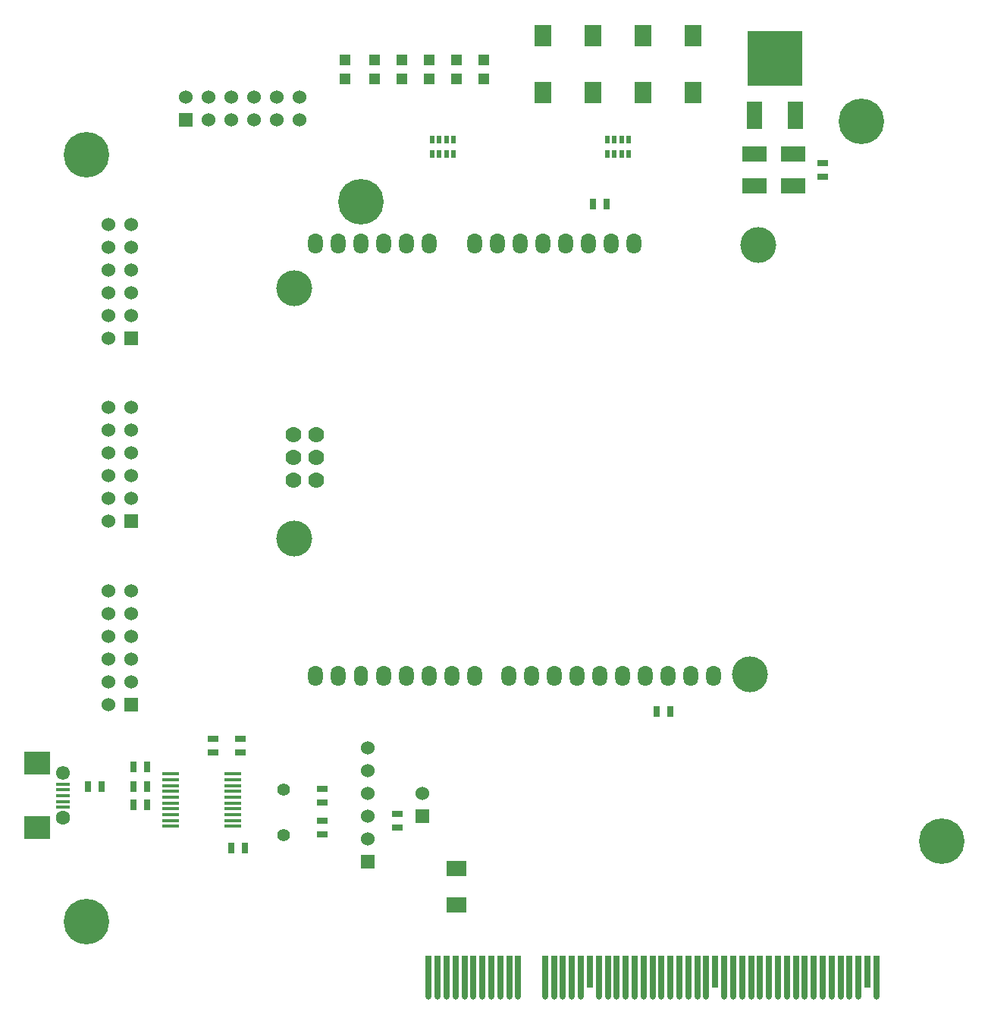
<source format=gts>
G04 (created by PCBNEW (2013-07-07 BZR 4022)-stable) date 15/12/2015 05:15:49 PM*
%MOIN*%
G04 Gerber Fmt 3.4, Leading zero omitted, Abs format*
%FSLAX34Y34*%
G01*
G70*
G90*
G04 APERTURE LIST*
%ADD10C,0.00590551*%
%ADD11C,0.2*%
%ADD12C,0.0256*%
%ADD13R,0.0256X0.1811*%
%ADD14R,0.0256X0.1417*%
%ADD15O,0.0256X0.0256*%
%ADD16R,0.025X0.045*%
%ADD17R,0.11X0.07*%
%ADD18R,0.045X0.025*%
%ADD19R,0.065X0.12*%
%ADD20R,0.24X0.24*%
%ADD21R,0.0866X0.0709*%
%ADD22R,0.06X0.06*%
%ADD23C,0.06*%
%ADD24C,0.056*%
%ADD25R,0.11811X0.0984252*%
%ADD26R,0.0629921X0.015748*%
%ADD27C,0.0610236*%
%ADD28C,0.0629921*%
%ADD29R,0.0472X0.0472*%
%ADD30R,0.075X0.0165*%
%ADD31O,0.065X0.09*%
%ADD32O,0.06X0.09*%
%ADD33C,0.15748*%
%ADD34C,0.07*%
%ADD35R,0.02X0.036*%
%ADD36R,0.075X0.098*%
G04 APERTURE END LIST*
G54D10*
G54D11*
X71304Y-21073D03*
G54D12*
X59756Y-59538D03*
G54D13*
X52276Y-58632D03*
X52670Y-58632D03*
X53063Y-58632D03*
X53457Y-58632D03*
X53851Y-58632D03*
X54244Y-58632D03*
X54638Y-58632D03*
X55032Y-58632D03*
X55425Y-58632D03*
X55819Y-58632D03*
X56213Y-58632D03*
X58181Y-58632D03*
X58575Y-58632D03*
X58969Y-58632D03*
G54D14*
X59362Y-58435D03*
G54D13*
X59756Y-58632D03*
X57394Y-58632D03*
X57788Y-58632D03*
G54D12*
X53063Y-59538D03*
X53457Y-59538D03*
X53851Y-59538D03*
X54244Y-59538D03*
X54638Y-59538D03*
X55032Y-59538D03*
X55425Y-59538D03*
X55819Y-59538D03*
X56213Y-59538D03*
X52276Y-59538D03*
X57394Y-59538D03*
X57788Y-59538D03*
X58181Y-59538D03*
X58575Y-59538D03*
X58969Y-59538D03*
X52670Y-59538D03*
G54D13*
X60150Y-58632D03*
X60543Y-58632D03*
X60937Y-58632D03*
X61331Y-58632D03*
X61724Y-58632D03*
X62118Y-58632D03*
X62512Y-58632D03*
X62906Y-58632D03*
X63299Y-58632D03*
X63693Y-58632D03*
X64087Y-58632D03*
X64480Y-58632D03*
G54D14*
X64874Y-58435D03*
G54D13*
X65268Y-58632D03*
X65661Y-58632D03*
X66055Y-58632D03*
X66449Y-58632D03*
X66843Y-58632D03*
X67236Y-58632D03*
X67630Y-58632D03*
X68024Y-58632D03*
X68417Y-58632D03*
X68811Y-58632D03*
X69205Y-58632D03*
X69598Y-58632D03*
X69992Y-58632D03*
X70386Y-58632D03*
X70780Y-58632D03*
X71173Y-58632D03*
G54D14*
X71567Y-58435D03*
G54D13*
X71961Y-58632D03*
G54D15*
X60150Y-59538D03*
X60543Y-59538D03*
X60937Y-59538D03*
X61331Y-59538D03*
X61724Y-59538D03*
X62118Y-59538D03*
X62512Y-59538D03*
X62906Y-59538D03*
X69992Y-59538D03*
X63299Y-59538D03*
X63693Y-59538D03*
X64087Y-59538D03*
X64480Y-59538D03*
X65268Y-59538D03*
X65661Y-59538D03*
X66055Y-59538D03*
X66449Y-59538D03*
X66843Y-59538D03*
X70386Y-59538D03*
X67236Y-59538D03*
X67630Y-59538D03*
X68024Y-59538D03*
X68417Y-59538D03*
X68811Y-59538D03*
X69205Y-59538D03*
X69598Y-59538D03*
X70780Y-59538D03*
X71173Y-59538D03*
X71961Y-59538D03*
G54D11*
X49295Y-24602D03*
X37236Y-56250D03*
G54D16*
X44200Y-53000D03*
X43600Y-53000D03*
X60100Y-24700D03*
X59500Y-24700D03*
X62900Y-47000D03*
X62300Y-47000D03*
G54D17*
X66600Y-22500D03*
X66600Y-23900D03*
X68300Y-22500D03*
X68300Y-23900D03*
G54D18*
X42800Y-48800D03*
X42800Y-48200D03*
G54D16*
X39900Y-49450D03*
X39300Y-49450D03*
X39900Y-50300D03*
X39300Y-50300D03*
G54D18*
X69600Y-22900D03*
X69600Y-23500D03*
G54D19*
X66600Y-20800D03*
G54D20*
X67500Y-18300D03*
G54D19*
X68400Y-20800D03*
G54D18*
X50900Y-52100D03*
X50900Y-51500D03*
G54D21*
X53500Y-55490D03*
X53500Y-53910D03*
G54D18*
X47600Y-51000D03*
X47600Y-50400D03*
X44000Y-48800D03*
X44000Y-48200D03*
G54D16*
X39300Y-51100D03*
X39900Y-51100D03*
G54D18*
X47600Y-51800D03*
X47600Y-52400D03*
G54D22*
X49600Y-53600D03*
G54D23*
X49600Y-52600D03*
X49600Y-51600D03*
X49600Y-50600D03*
X49600Y-49600D03*
X49600Y-48600D03*
G54D24*
X45900Y-52450D03*
X45900Y-50450D03*
G54D22*
X52000Y-51600D03*
G54D23*
X52000Y-50600D03*
G54D16*
X37300Y-50300D03*
X37900Y-50300D03*
G54D25*
X35057Y-49282D03*
X35057Y-52117D03*
G54D26*
X36189Y-50700D03*
X36189Y-50955D03*
X36189Y-50444D03*
X36189Y-51211D03*
X36189Y-50188D03*
G54D27*
X36189Y-49715D03*
G54D28*
X36189Y-51684D03*
G54D11*
X74838Y-52716D03*
G54D29*
X54700Y-19213D03*
X54700Y-18387D03*
X53500Y-19213D03*
X53500Y-18387D03*
X52300Y-19213D03*
X52300Y-18387D03*
X51100Y-19213D03*
X51100Y-18387D03*
X48600Y-19213D03*
X48600Y-18387D03*
X49900Y-19213D03*
X49900Y-18387D03*
G54D30*
X43665Y-52052D03*
X43665Y-51790D03*
X43665Y-51540D03*
X43665Y-51280D03*
X43665Y-51028D03*
X43665Y-50772D03*
X43665Y-50516D03*
X43665Y-50260D03*
X43665Y-50004D03*
X43665Y-49748D03*
X40935Y-49748D03*
X40935Y-50004D03*
X40935Y-50260D03*
X40935Y-50520D03*
X40935Y-50772D03*
X40935Y-51028D03*
X40935Y-51284D03*
X40935Y-51540D03*
X40935Y-51796D03*
X40935Y-52052D03*
G54D22*
X41600Y-21000D03*
G54D23*
X41600Y-20000D03*
X42600Y-21000D03*
X42600Y-20000D03*
X43600Y-21000D03*
X43600Y-20000D03*
X44600Y-21000D03*
X44600Y-20000D03*
X45600Y-21000D03*
X45600Y-20000D03*
X46600Y-21000D03*
X46600Y-20000D03*
G54D22*
X39200Y-46700D03*
G54D23*
X38200Y-46700D03*
X39200Y-45700D03*
X38200Y-45700D03*
X39200Y-44700D03*
X38200Y-44700D03*
X39200Y-43700D03*
X38200Y-43700D03*
X39200Y-42700D03*
X38200Y-42700D03*
X39200Y-41700D03*
X38200Y-41700D03*
G54D22*
X39200Y-38622D03*
G54D23*
X38200Y-38622D03*
X39200Y-37622D03*
X38200Y-37622D03*
X39200Y-36622D03*
X38200Y-36622D03*
X39200Y-35622D03*
X38200Y-35622D03*
X39200Y-34622D03*
X38200Y-34622D03*
X39200Y-33622D03*
X38200Y-33622D03*
G54D22*
X39200Y-30600D03*
G54D23*
X38200Y-30600D03*
X39200Y-29600D03*
X38200Y-29600D03*
X39200Y-28600D03*
X38200Y-28600D03*
X39200Y-27600D03*
X38200Y-27600D03*
X39200Y-26600D03*
X38200Y-26600D03*
X39200Y-25600D03*
X38200Y-25600D03*
G54D31*
X61300Y-26425D03*
X60300Y-26425D03*
X59300Y-26425D03*
X58300Y-26425D03*
X57300Y-26425D03*
X56300Y-26425D03*
X55300Y-26425D03*
X54300Y-26425D03*
X52300Y-26425D03*
X51300Y-26425D03*
X50300Y-26425D03*
X49300Y-26425D03*
X48300Y-26425D03*
X47300Y-26425D03*
X47300Y-45425D03*
X48300Y-45425D03*
G54D32*
X49300Y-45425D03*
G54D31*
X50300Y-45425D03*
X51300Y-45425D03*
X52300Y-45425D03*
X53300Y-45425D03*
X54300Y-45425D03*
X55800Y-45425D03*
X56800Y-45425D03*
X57800Y-45425D03*
X58800Y-45425D03*
X59800Y-45425D03*
X60800Y-45425D03*
X61800Y-45425D03*
X62800Y-45425D03*
X63800Y-45425D03*
X64800Y-45425D03*
G54D33*
X66401Y-45361D03*
X46370Y-39413D03*
X46370Y-28421D03*
X66755Y-26495D03*
G54D34*
X47327Y-36852D03*
X46327Y-36852D03*
X47327Y-35852D03*
X46327Y-35852D03*
X47327Y-34852D03*
X46327Y-34852D03*
G54D35*
X61072Y-22514D03*
X61072Y-21886D03*
X60757Y-22514D03*
X60757Y-21886D03*
X60443Y-22514D03*
X60443Y-21886D03*
X60128Y-22514D03*
X60128Y-21886D03*
X53372Y-22514D03*
X53372Y-21886D03*
X53057Y-22514D03*
X53057Y-21886D03*
X52743Y-22514D03*
X52743Y-21886D03*
X52428Y-22514D03*
X52428Y-21886D03*
G54D36*
X63900Y-19800D03*
X63900Y-17293D03*
X61700Y-19800D03*
X61700Y-17293D03*
X59500Y-19800D03*
X59500Y-17293D03*
X57300Y-19800D03*
X57300Y-17293D03*
G54D11*
X37236Y-22549D03*
M02*

</source>
